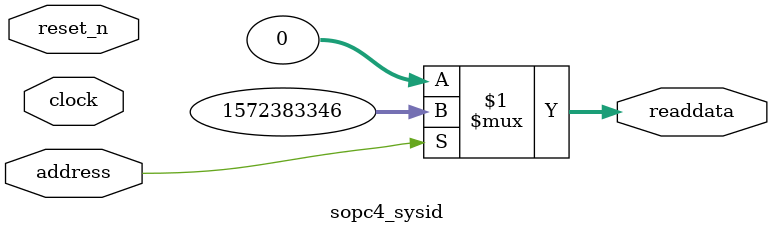
<source format=v>



// synthesis translate_off
`timescale 1ns / 1ps
// synthesis translate_on

// turn off superfluous verilog processor warnings 
// altera message_level Level1 
// altera message_off 10034 10035 10036 10037 10230 10240 10030 

module sopc4_sysid (
               // inputs:
                address,
                clock,
                reset_n,

               // outputs:
                readdata
             )
;

  output  [ 31: 0] readdata;
  input            address;
  input            clock;
  input            reset_n;

  wire    [ 31: 0] readdata;
  //control_slave, which is an e_avalon_slave
  assign readdata = address ? 1572383346 : 0;

endmodule



</source>
